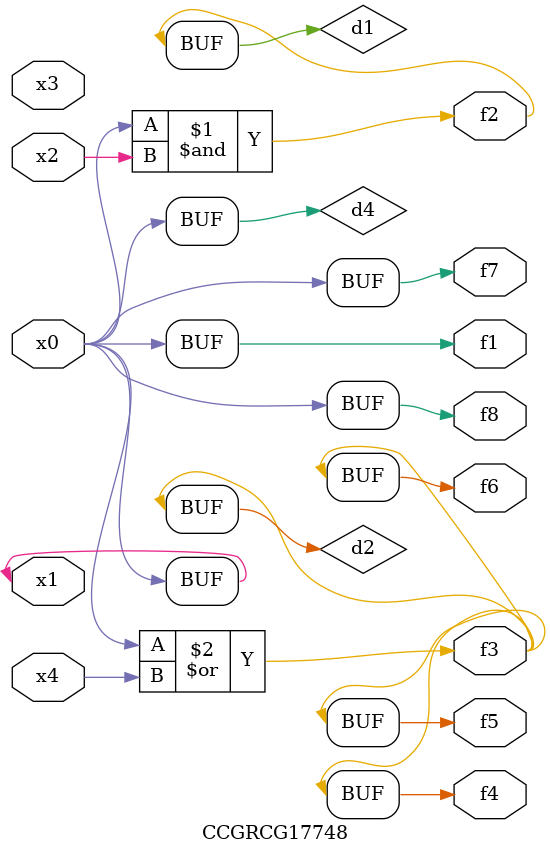
<source format=v>
module CCGRCG17748(
	input x0, x1, x2, x3, x4,
	output f1, f2, f3, f4, f5, f6, f7, f8
);

	wire d1, d2, d3, d4;

	and (d1, x0, x2);
	or (d2, x0, x4);
	nand (d3, x0, x2);
	buf (d4, x0, x1);
	assign f1 = d4;
	assign f2 = d1;
	assign f3 = d2;
	assign f4 = d2;
	assign f5 = d2;
	assign f6 = d2;
	assign f7 = d4;
	assign f8 = d4;
endmodule

</source>
